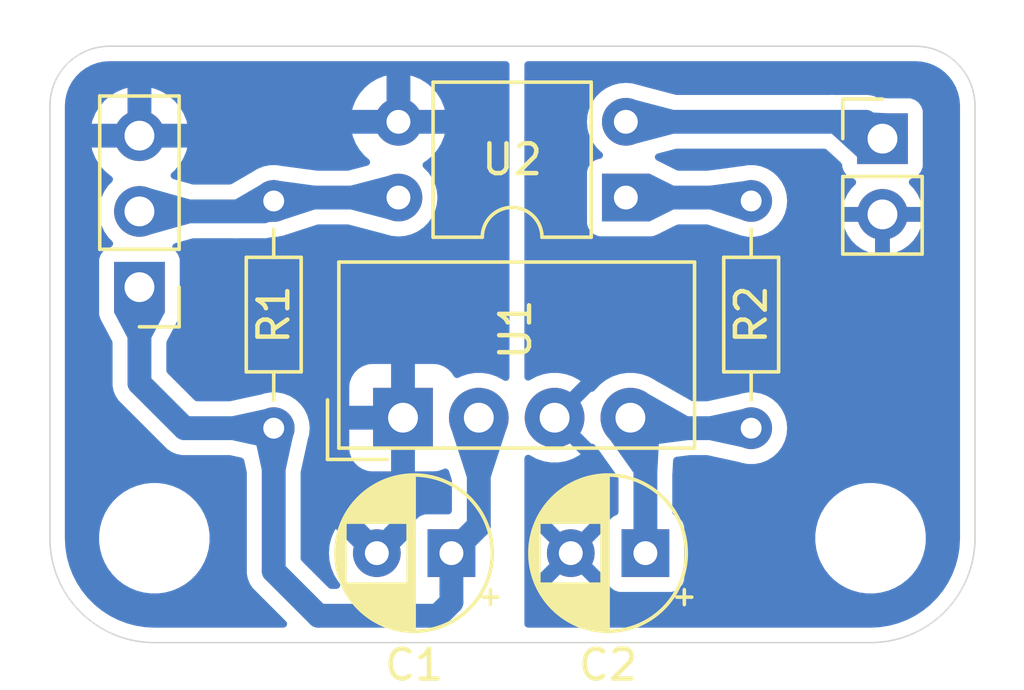
<source format=kicad_pcb>
(kicad_pcb (version 20240108) (generator "pcbnew") (generator_version "8.0")
  (title_block (title "CNC 3018 Isolated Probe") (date "2025-01-25") (company "Perry Leumas"))
  (layers (0 "F.Cu" signal) (31 "B.Cu" signal) (34 "B.Paste" user) (35 "F.Paste" user) (36 "B.SilkS" user "B.Silkscreen") (37 "F.SilkS" user "F.Silkscreen") (38 "B.Mask" user) (39 "F.Mask" user) (44 "Edge.Cuts" user))
  (net 0 "")
  (net 1 "GND")
  (net 2 "+5V")
  (net 3 "GND1")
  (net 4 "/+5V_ISOLATED")
  (net 5 "/PROBE")
  (net 6 "/PROBE_ISOLATED")
  (net 7 "Net-(R2-Pad1)")
  (footprint "Capacitor_THT:CP_Radial_D5.0mm_P2.50mm" (layer "F.Cu") (at 165.455113 116 180)
    (property "Reference" "C1" (at 1.25 -3.75 180) (layer "F.SilkS"))
    (property "Value" "4.7u")
    (fp_line (start 3.851 -0.284) (end 3.851 0.284) (stroke (width 0.12)) (layer "F.SilkS"))
    (fp_line (start 3.811 -0.518) (end 3.811 0.518) (stroke (width 0.12)) (layer "F.SilkS"))
    (fp_line (start 3.771 -0.677) (end 3.771 0.677) (stroke (width 0.12)) (layer "F.SilkS"))
    (fp_line (start 3.731 -0.805) (end 3.731 0.805) (stroke (width 0.12)) (layer "F.SilkS"))
    (fp_line (start 3.691 -0.915) (end 3.691 0.915) (stroke (width 0.12)) (layer "F.SilkS"))
    (fp_line (start 3.651 -1.011) (end 3.651 1.011) (stroke (width 0.12)) (layer "F.SilkS"))
    (fp_line (start 3.611 -1.098) (end 3.611 1.098) (stroke (width 0.12)) (layer "F.SilkS"))
    (fp_line (start 3.571 -1.178) (end 3.571 1.178) (stroke (width 0.12)) (layer "F.SilkS"))
    (fp_line (start 3.531 1.04) (end 3.531 1.251) (stroke (width 0.12)) (layer "F.SilkS"))
    (fp_line (start 3.531 -1.251) (end 3.531 -1.04) (stroke (width 0.12)) (layer "F.SilkS"))
    (fp_line (start 3.491 1.04) (end 3.491 1.319) (stroke (width 0.12)) (layer "F.SilkS"))
    (fp_line (start 3.491 -1.319) (end 3.491 -1.04) (stroke (width 0.12)) (layer "F.SilkS"))
    (fp_line (start 3.451 1.04) (end 3.451 1.383) (stroke (width 0.12)) (layer "F.SilkS"))
    (fp_line (start 3.451 -1.383) (end 3.451 -1.04) (stroke (width 0.12)) (layer "F.SilkS"))
    (fp_line (start 3.411 1.04) (end 3.411 1.443) (stroke (width 0.12)) (layer "F.SilkS"))
    (fp_line (start 3.411 -1.443) (end 3.411 -1.04) (stroke (width 0.12)) (layer "F.SilkS"))
    (fp_line (start 3.371 1.04) (end 3.371 1.5) (stroke (width 0.12)) (layer "F.SilkS"))
    (fp_line (start 3.371 -1.5) (end 3.371 -1.04) (stroke (width 0.12)) (layer "F.SilkS"))
    (fp_line (start 3.331 1.04) (end 3.331 1.554) (stroke (width 0.12)) (layer "F.SilkS"))
    (fp_line (start 3.331 -1.554) (end 3.331 -1.04) (stroke (width 0.12)) (layer "F.SilkS"))
    (fp_line (start 3.291 1.04) (end 3.291 1.605) (stroke (width 0.12)) (layer "F.SilkS"))
    (fp_line (start 3.291 -1.605) (end 3.291 -1.04) (stroke (width 0.12)) (layer "F.SilkS"))
    (fp_line (start 3.251 1.04) (end 3.251 1.653) (stroke (width 0.12)) (layer "F.SilkS"))
    (fp_line (start 3.251 -1.653) (end 3.251 -1.04) (stroke (width 0.12)) (layer "F.SilkS"))
    (fp_line (start 3.211 1.04) (end 3.211 1.699) (stroke (width 0.12)) (layer "F.SilkS"))
    (fp_line (start 3.211 -1.699) (end 3.211 -1.04) (stroke (width 0.12)) (layer "F.SilkS"))
    (fp_line (start 3.171 1.04) (end 3.171 1.743) (stroke (width 0.12)) (layer "F.SilkS"))
    (fp_line (start 3.171 -1.743) (end 3.171 -1.04) (stroke (width 0.12)) (layer "F.SilkS"))
    (fp_line (start 3.131 1.04) (end 3.131 1.785) (stroke (width 0.12)) (layer "F.SilkS"))
    (fp_line (start 3.131 -1.785) (end 3.131 -1.04) (stroke (width 0.12)) (layer "F.SilkS"))
    (fp_line (start 3.091 1.04) (end 3.091 1.826) (stroke (width 0.12)) (layer "F.SilkS"))
    (fp_line (start 3.091 -1.826) (end 3.091 -1.04) (stroke (width 0.12)) (layer "F.SilkS"))
    (fp_line (start 3.051 1.04) (end 3.051 1.864) (stroke (width 0.12)) (layer "F.SilkS"))
    (fp_line (start 3.051 -1.864) (end 3.051 -1.04) (stroke (width 0.12)) (layer "F.SilkS"))
    (fp_line (start 3.011 1.04) (end 3.011 1.901) (stroke (width 0.12)) (layer "F.SilkS"))
    (fp_line (start 3.011 -1.901) (end 3.011 -1.04) (stroke (width 0.12)) (layer "F.SilkS"))
    (fp_line (start 2.971 1.04) (end 2.971 1.937) (stroke (width 0.12)) (layer "F.SilkS"))
    (fp_line (start 2.971 -1.937) (end 2.971 -1.04) (stroke (width 0.12)) (layer "F.SilkS"))
    (fp_line (start 2.931 1.04) (end 2.931 1.971) (stroke (width 0.12)) (layer "F.SilkS"))
    (fp_line (start 2.931 -1.971) (end 2.931 -1.04) (stroke (width 0.12)) (layer "F.SilkS"))
    (fp_line (start 2.891 1.04) (end 2.891 2.004) (stroke (width 0.12)) (layer "F.SilkS"))
    (fp_line (start 2.891 -2.004) (end 2.891 -1.04) (stroke (width 0.12)) (layer "F.SilkS"))
    (fp_line (start 2.851 1.04) (end 2.851 2.035) (stroke (width 0.12)) (layer "F.SilkS"))
    (fp_line (start 2.851 -2.035) (end 2.851 -1.04) (stroke (width 0.12)) (layer "F.SilkS"))
    (fp_line (start 2.811 1.04) (end 2.811 2.065) (stroke (width 0.12)) (layer "F.SilkS"))
    (fp_line (start 2.811 -2.065) (end 2.811 -1.04) (stroke (width 0.12)) (layer "F.SilkS"))
    (fp_line (start 2.771 1.04) (end 2.771 2.095) (stroke (width 0.12)) (layer "F.SilkS"))
    (fp_line (start 2.771 -2.095) (end 2.771 -1.04) (stroke (width 0.12)) (layer "F.SilkS"))
    (fp_line (start 2.731 1.04) (end 2.731 2.122) (stroke (width 0.12)) (layer "F.SilkS"))
    (fp_line (start 2.731 -2.122) (end 2.731 -1.04) (stroke (width 0.12)) (layer "F.SilkS"))
    (fp_line (start 2.691 1.04) (end 2.691 2.149) (stroke (width 0.12)) (layer "F.SilkS"))
    (fp_line (start 2.691 -2.149) (end 2.691 -1.04) (stroke (width 0.12)) (layer "F.SilkS"))
    (fp_line (start 2.651 1.04) (end 2.651 2.175) (stroke (width 0.12)) (layer "F.SilkS"))
    (fp_line (start 2.651 -2.175) (end 2.651 -1.04) (stroke (width 0.12)) (layer "F.SilkS"))
    (fp_line (start 2.611 1.04) (end 2.611 2.2) (stroke (width 0.12)) (layer "F.SilkS"))
    (fp_line (start 2.611 -2.2) (end 2.611 -1.04) (stroke (width 0.12)) (layer "F.SilkS"))
    (fp_line (start 2.571 1.04) (end 2.571 2.224) (stroke (width 0.12)) (layer "F.SilkS"))
    (fp_line (start 2.571 -2.224) (end 2.571 -1.04) (stroke (width 0.12)) (layer "F.SilkS"))
    (fp_line (start 2.531 1.04) (end 2.531 2.247) (stroke (width 0.12)) (layer "F.SilkS"))
    (fp_line (start 2.531 -2.247) (end 2.531 -1.04) (stroke (width 0.12)) (layer "F.SilkS"))
    (fp_line (start 2.491 1.04) (end 2.491 2.268) (stroke (width 0.12)) (layer "F.SilkS"))
    (fp_line (start 2.491 -2.268) (end 2.491 -1.04) (stroke (width 0.12)) (layer "F.SilkS"))
    (fp_line (start 2.451 1.04) (end 2.451 2.29) (stroke (width 0.12)) (layer "F.SilkS"))
    (fp_line (start 2.451 -2.29) (end 2.451 -1.04) (stroke (width 0.12)) (layer "F.SilkS"))
    (fp_line (start 2.411 1.04) (end 2.411 2.31) (stroke (width 0.12)) (layer "F.SilkS"))
    (fp_line (start 2.411 -2.31) (end 2.411 -1.04) (stroke (width 0.12)) (layer "F.SilkS"))
    (fp_line (start 2.371 1.04) (end 2.371 2.329) (stroke (width 0.12)) (layer "F.SilkS"))
    (fp_line (start 2.371 -2.329) (end 2.371 -1.04) (stroke (width 0.12)) (layer "F.SilkS"))
    (fp_line (start 2.331 1.04) (end 2.331 2.348) (stroke (width 0.12)) (layer "F.SilkS"))
    (fp_line (start 2.331 -2.348) (end 2.331 -1.04) (stroke (width 0.12)) (layer "F.SilkS"))
    (fp_line (start 2.291 1.04) (end 2.291 2.365) (stroke (width 0.12)) (layer "F.SilkS"))
    (fp_line (start 2.291 -2.365) (end 2.291 -1.04) (stroke (width 0.12)) (layer "F.SilkS"))
    (fp_line (start 2.251 1.04) (end 2.251 2.382) (stroke (width 0.12)) (layer "F.SilkS"))
    (fp_line (start 2.251 -2.382) (end 2.251 -1.04) (stroke (width 0.12)) (layer "F.SilkS"))
    (fp_line (start 2.211 1.04) (end 2.211 2.398) (stroke (width 0.12)) (layer "F.SilkS"))
    (fp_line (start 2.211 -2.398) (end 2.211 -1.04) (stroke (width 0.12)) (layer "F.SilkS"))
    (fp_line (start 2.171 1.04) (end 2.171 2.414) (stroke (width 0.12)) (layer "F.SilkS"))
    (fp_line (start 2.171 -2.414) (end 2.171 -1.04) (stroke (width 0.12)) (layer "F.SilkS"))
    (fp_line (start 2.131 1.04) (end 2.131 2.428) (stroke (width 0.12)) (layer "F.SilkS"))
    (fp_line (start 2.131 -2.428) (end 2.131 -1.04) (stroke (width 0.12)) (layer "F.SilkS"))
    (fp_line (start 2.091 1.04) (end 2.091 2.442) (stroke (width 0.12)) (layer "F.SilkS"))
    (fp_line (start 2.091 -2.442) (end 2.091 -1.04) (stroke (width 0.12)) (layer "F.SilkS"))
    (fp_line (start 2.051 1.04) (end 2.051 2.455) (stroke (width 0.12)) (layer "F.SilkS"))
    (fp_line (start 2.051 -2.455) (end 2.051 -1.04) (stroke (width 0.12)) (layer "F.SilkS"))
    (fp_line (start 2.011 1.04) (end 2.011 2.468) (stroke (width 0.12)) (layer "F.SilkS"))
    (fp_line (start 2.011 -2.468) (end 2.011 -1.04) (stroke (width 0.12)) (layer "F.SilkS"))
    (fp_line (start 1.971 1.04) (end 1.971 2.48) (stroke (width 0.12)) (layer "F.SilkS"))
    (fp_line (start 1.971 -2.48) (end 1.971 -1.04) (stroke (width 0.12)) (layer "F.SilkS"))
    (fp_line (start 1.93 1.04) (end 1.93 2.491) (stroke (width 0.12)) (layer "F.SilkS"))
    (fp_line (start 1.93 -2.491) (end 1.93 -1.04) (stroke (width 0.12)) (layer "F.SilkS"))
    (fp_line (start 1.89 1.04) (end 1.89 2.501) (stroke (width 0.12)) (layer "F.SilkS"))
    (fp_line (start 1.89 -2.501) (end 1.89 -1.04) (stroke (width 0.12)) (layer "F.SilkS"))
    (fp_line (start 1.85 1.04) (end 1.85 2.511) (stroke (width 0.12)) (layer "F.SilkS"))
    (fp_line (start 1.85 -2.511) (end 1.85 -1.04) (stroke (width 0.12)) (layer "F.SilkS"))
    (fp_line (start 1.81 1.04) (end 1.81 2.52) (stroke (width 0.12)) (layer "F.SilkS"))
    (fp_line (start 1.81 -2.52) (end 1.81 -1.04) (stroke (width 0.12)) (layer "F.SilkS"))
    (fp_line (start 1.77 1.04) (end 1.77 2.528) (stroke (width 0.12)) (layer "F.SilkS"))
    (fp_line (start 1.77 -2.528) (end 1.77 -1.04) (stroke (width 0.12)) (layer "F.SilkS"))
    (fp_line (start 1.73 1.04) (end 1.73 2.536) (stroke (width 0.12)) (layer "F.SilkS"))
    (fp_line (start 1.73 -2.536) (end 1.73 -1.04) (stroke (width 0.12)) (layer "F.SilkS"))
    (fp_line (start 1.69 1.04) (end 1.69 2.543) (stroke (width 0.12)) (layer "F.SilkS"))
    (fp_line (start 1.69 -2.543) (end 1.69 -1.04) (stroke (width 0.12)) (layer "F.SilkS"))
    (fp_line (start 1.65 1.04) (end 1.65 2.55) (stroke (width 0.12)) (layer "F.SilkS"))
    (fp_line (start 1.65 -2.55) (end 1.65 -1.04) (stroke (width 0.12)) (layer "F.SilkS"))
    (fp_line (start 1.61 1.04) (end 1.61 2.556) (stroke (width 0.12)) (layer "F.SilkS"))
    (fp_line (start 1.61 -2.556) (end 1.61 -1.04) (stroke (width 0.12)) (layer "F.SilkS"))
    (fp_line (start 1.57 1.04) (end 1.57 2.561) (stroke (width 0.12)) (layer "F.SilkS"))
    (fp_line (start 1.57 -2.561) (end 1.57 -1.04) (stroke (width 0.12)) (layer "F.SilkS"))
    (fp_line (start 1.53 1.04) (end 1.53 2.565) (stroke (width 0.12)) (layer "F.SilkS"))
    (fp_line (start 1.53 -2.565) (end 1.53 -1.04) (stroke (width 0.12)) (layer "F.SilkS"))
    (fp_line (start 1.49 1.04) (end 1.49 2.569) (stroke (width 0.12)) (layer "F.SilkS"))
    (fp_line (start 1.49 -2.569) (end 1.49 -1.04) (stroke (width 0.12)) (layer "F.SilkS"))
    (fp_line (start 1.45 -2.573) (end 1.45 2.573) (stroke (width 0.12)) (layer "F.SilkS"))
    (fp_line (start 1.41 -2.576) (end 1.41 2.576) (stroke (width 0.12)) (layer "F.SilkS"))
    (fp_line (start 1.37 -2.578) (end 1.37 2.578) (stroke (width 0.12)) (layer "F.SilkS"))
    (fp_line (start 1.33 -2.579) (end 1.33 2.579) (stroke (width 0.12)) (layer "F.SilkS"))
    (fp_line (start 1.29 -2.58) (end 1.29 2.58) (stroke (width 0.12)) (layer "F.SilkS"))
    (fp_line (start 1.25 -2.58) (end 1.25 2.58) (stroke (width 0.12)) (layer "F.SilkS"))
    (fp_line (start -1.304775 -1.725) (end -1.304775 -1.225) (stroke (width 0.12)) (layer "F.SilkS"))
    (fp_line (start -1.554775 -1.475) (end -1.054775 -1.475) (stroke (width 0.12)) (layer "F.SilkS"))
    (fp_circle (center 1.25 0) (end 3.87 0) (stroke (width 0.12)) (fill none) (layer "F.SilkS"))
    (pad "1" thru_hole rect (at 0 0 180) (size 1.6 1.6) (drill 0.8) (layers "*.Cu" "*.Mask") (net 2 "+5V"))
    (pad "2" thru_hole circle (at 2.5 0 180) (size 1.6 1.6) (drill 0.8) (layers "*.Cu" "*.Mask") (net 1 "GND"))
  )
  (footprint "Converter_DCDC:Converter_DCDC_TRACO_TEA1-xxxx_THT" (layer "F.Cu") (at 163.8325 111.4575 90)
    (property "Reference" "U1" (at 2.9575 3.7675 90) (layer "F.SilkS"))
    (property "Value" "B0505S-1W")
    (fp_line (start -1.4 -2.53) (end 0.6 -2.53) (stroke (width 0.12)) (layer "F.SilkS"))
    (fp_line (start 5.22 -2.15) (end 5.22 9.77) (stroke (width 0.12)) (layer "F.SilkS"))
    (fp_line (start -1.02 -2.15) (end 5.22 -2.15) (stroke (width 0.12)) (layer "F.SilkS"))
    (fp_line (start -1.02 -2.15) (end -1.02 9.77) (stroke (width 0.12)) (layer "F.SilkS"))
    (fp_line (start -1.4 -0.53) (end -1.4 -2.53) (stroke (width 0.12)) (layer "F.SilkS"))
    (fp_line (start -1.02 9.77) (end 5.22 9.77) (stroke (width 0.12)) (layer "F.SilkS"))
    (pad "1" thru_hole rect (at 0 0 90) (size 2 2) (drill 1) (layers "*.Cu" "*.Mask") (net 1 "GND"))
    (pad "2" thru_hole circle (at 0 2.54 90) (size 2 2) (drill 1) (layers "*.Cu" "*.Mask") (net 2 "+5V"))
    (pad "3" thru_hole circle (at 0 5.08 90) (size 2 2) (drill 1) (layers "*.Cu" "*.Mask") (net 3 "GND1"))
    (pad "4" thru_hole circle (at 0 7.62 90) (size 2 2) (drill 1) (layers "*.Cu" "*.Mask") (net 4 "/+5V_ISOLATED"))
  )
  (footprint "Resistor_THT:R_Axial_DIN0204_L3.6mm_D1.6mm_P7.62mm_Horizontal" (layer "F.Cu") (at 175.5 104.19 -90)
    (property "Reference" "R2" (at 3.81 0 90) (layer "F.SilkS"))
    (property "Value" "4k7")
    (fp_line (start 1.89 0.92) (end 5.73 0.92) (stroke (width 0.12)) (layer "F.SilkS"))
    (fp_line (start 5.73 0.92) (end 5.73 -0.92) (stroke (width 0.12)) (layer "F.SilkS"))
    (fp_line (start 0.94 0) (end 1.89 0) (stroke (width 0.12)) (layer "F.SilkS"))
    (fp_line (start 6.68 0) (end 5.73 0) (stroke (width 0.12)) (layer "F.SilkS"))
    (fp_line (start 1.89 -0.92) (end 1.89 0.92) (stroke (width 0.12)) (layer "F.SilkS"))
    (fp_line (start 5.73 -0.92) (end 1.89 -0.92) (stroke (width 0.12)) (layer "F.SilkS"))
    (pad "1" thru_hole circle (at 0 0 270) (size 1.4 1.4) (drill 0.7) (layers "*.Cu" "*.Mask") (net 7 "Net-(R2-Pad1)"))
    (pad "2" thru_hole oval (at 7.62 0 270) (size 1.4 1.4) (drill 0.7) (layers "*.Cu" "*.Mask") (net 4 "/+5V_ISOLATED"))
  )
  (footprint "Connector_PinHeader_2.54mm:PinHeader_1x03_P2.54mm_Vertical" (layer "F.Cu") (at 155 107.08 180)
    (property "Reference" "J1" (hide yes))
    (property "Value" "Conn_01x03")
    (fp_line (start 1.33 1.27) (end 1.33 6.41) (stroke (width 0.12)) (layer "F.SilkS"))
    (fp_line (start -1.33 6.41) (end 1.33 6.41) (stroke (width 0.12)) (layer "F.SilkS"))
    (fp_line (start -1.33 1.27) (end 1.33 1.27) (stroke (width 0.12)) (layer "F.SilkS"))
    (fp_line (start -1.33 1.27) (end -1.33 6.41) (stroke (width 0.12)) (layer "F.SilkS"))
    (fp_line (start -1.33 0) (end -1.33 -1.33) (stroke (width 0.12)) (layer "F.SilkS"))
    (fp_line (start -1.33 -1.33) (end 0 -1.33) (stroke (width 0.12)) (layer "F.SilkS"))
    (pad "1" thru_hole rect (at 0 0 180) (size 1.7 1.7) (drill 1) (layers "*.Cu" "*.Mask") (net 2 "+5V"))
    (pad "2" thru_hole oval (at 0 2.54 180) (size 1.7 1.7) (drill 1) (layers "*.Cu" "*.Mask") (net 5 "/PROBE"))
    (pad "3" thru_hole oval (at 0 5.08 180) (size 1.7 1.7) (drill 1) (layers "*.Cu" "*.Mask") (net 1 "GND"))
  )
  (footprint "Package_DIP:DIP-4_W7.62mm" (layer "F.Cu") (at 171.3 104.075 180)
    (property "Reference" "U2" (at 3.81 1.275 0) (layer "F.SilkS"))
    (property "Value" "PC817")
    (fp_line (start 6.46 3.87) (end 6.46 -1.33) (stroke (width 0.12)) (layer "F.SilkS"))
    (fp_line (start 6.46 -1.33) (end 4.81 -1.33) (stroke (width 0.12)) (layer "F.SilkS"))
    (fp_line (start 2.81 -1.33) (end 1.16 -1.33) (stroke (width 0.12)) (layer "F.SilkS"))
    (fp_line (start 1.16 3.87) (end 6.46 3.87) (stroke (width 0.12)) (layer "F.SilkS"))
    (fp_line (start 1.16 -1.33) (end 1.16 3.87) (stroke (width 0.12)) (layer "F.SilkS"))
    (fp_arc (start 4.81 -1.33) (mid 3.81 -0.33) (end 2.81 -1.33) (stroke (width 0.12)) (layer "F.SilkS"))
    (pad "1" thru_hole rect (at 0 0 180) (size 1.6 1.6) (drill 0.8) (layers "*.Cu" "*.Mask") (net 7 "Net-(R2-Pad1)"))
    (pad "2" thru_hole oval (at 0 2.54 180) (size 1.6 1.6) (drill 0.8) (layers "*.Cu" "*.Mask") (net 6 "/PROBE_ISOLATED"))
    (pad "3" thru_hole oval (at 7.62 2.54 180) (size 1.6 1.6) (drill 0.8) (layers "*.Cu" "*.Mask") (net 1 "GND"))
    (pad "4" thru_hole oval (at 7.62 0 180) (size 1.6 1.6) (drill 0.8) (layers "*.Cu" "*.Mask") (net 5 "/PROBE"))
  )
  (footprint "MountingHole:MountingHole_3.2mm_M3" (layer "F.Cu") (at 155.5 115.5)
    (property "Reference" "H1" (hide yes))
    (property "Value" "MountingHole")
    (pad "" np_thru_hole circle (at 0 0) (size 3.2 3.2) (drill 3.2) (layers "*.Cu" "*.Mask"))
  )
  (footprint "Resistor_THT:R_Axial_DIN0204_L3.6mm_D1.6mm_P7.62mm_Horizontal" (layer "F.Cu") (at 159.5 104.19 -90)
    (property "Reference" "R1" (at 3.81 0 90) (layer "F.SilkS"))
    (property "Value" "4k7")
    (fp_line (start 1.89 0.92) (end 5.73 0.92) (stroke (width 0.12)) (layer "F.SilkS"))
    (fp_line (start 5.73 0.92) (end 5.73 -0.92) (stroke (width 0.12)) (layer "F.SilkS"))
    (fp_line (start 0.94 0) (end 1.89 0) (stroke (width 0.12)) (layer "F.SilkS"))
    (fp_line (start 6.68 0) (end 5.73 0) (stroke (width 0.12)) (layer "F.SilkS"))
    (fp_line (start 1.89 -0.92) (end 1.89 0.92) (stroke (width 0.12)) (layer "F.SilkS"))
    (fp_line (start 5.73 -0.92) (end 1.89 -0.92) (stroke (width 0.12)) (layer "F.SilkS"))
    (pad "1" thru_hole circle (at 0 0 270) (size 1.4 1.4) (drill 0.7) (layers "*.Cu" "*.Mask") (net 5 "/PROBE"))
    (pad "2" thru_hole oval (at 7.62 0 270) (size 1.4 1.4) (drill 0.7) (layers "*.Cu" "*.Mask") (net 2 "+5V"))
  )
  (footprint "Connector_PinHeader_2.54mm:PinHeader_1x02_P2.54mm_Vertical" (layer "F.Cu") (at 179.9 102.1)
    (property "Reference" "J2" (hide yes))
    (property "Value" "Conn_01x02")
    (fp_line (start -1.33 -1.33) (end 0 -1.33) (stroke (width 0.12)) (layer "F.SilkS"))
    (fp_line (start -1.33 0) (end -1.33 -1.33) (stroke (width 0.12)) (layer "F.SilkS"))
    (fp_line (start -1.33 1.27) (end -1.33 3.87) (stroke (width 0.12)) (layer "F.SilkS"))
    (fp_line (start -1.33 1.27) (end 1.33 1.27) (stroke (width 0.12)) (layer "F.SilkS"))
    (fp_line (start -1.33 3.87) (end 1.33 3.87) (stroke (width 0.12)) (layer "F.SilkS"))
    (fp_line (start 1.33 1.27) (end 1.33 3.87) (stroke (width 0.12)) (layer "F.SilkS"))
    (pad "1" thru_hole rect (at 0 0) (size 1.7 1.7) (drill 1) (layers "*.Cu" "*.Mask") (net 6 "/PROBE_ISOLATED"))
    (pad "2" thru_hole oval (at 0 2.54) (size 1.7 1.7) (drill 1) (layers "*.Cu" "*.Mask") (net 3 "GND1"))
  )
  (footprint "Capacitor_THT:CP_Radial_D5.0mm_P2.50mm" (layer "F.Cu") (at 171.955113 116 180)
    (property "Reference" "C2" (at 1.25 -3.75 180) (layer "F.SilkS"))
    (property "Value" "4.7u")
    (fp_line (start 3.851 -0.284) (end 3.851 0.284) (stroke (width 0.12)) (layer "F.SilkS"))
    (fp_line (start 3.811 -0.518) (end 3.811 0.518) (stroke (width 0.12)) (layer "F.SilkS"))
    (fp_line (start 3.771 -0.677) (end 3.771 0.677) (stroke (width 0.12)) (layer "F.SilkS"))
    (fp_line (start 3.731 -0.805) (end 3.731 0.805) (stroke (width 0.12)) (layer "F.SilkS"))
    (fp_line (start 3.691 -0.915) (end 3.691 0.915) (stroke (width 0.12)) (layer "F.SilkS"))
    (fp_line (start 3.651 -1.011) (end 3.651 1.011) (stroke (width 0.12)) (layer "F.SilkS"))
    (fp_line (start 3.611 -1.098) (end 3.611 1.098) (stroke (width 0.12)) (layer "F.SilkS"))
    (fp_line (start 3.571 -1.178) (end 3.571 1.178) (stroke (width 0.12)) (layer "F.SilkS"))
    (fp_line (start 3.531 1.04) (end 3.531 1.251) (stroke (width 0.12)) (layer "F.SilkS"))
    (fp_line (start 3.531 -1.251) (end 3.531 -1.04) (stroke (width 0.12)) (layer "F.SilkS"))
    (fp_line (start 3.491 1.04) (end 3.491 1.319) (stroke (width 0.12)) (layer "F.SilkS"))
    (fp_line (start 3.491 -1.319) (end 3.491 -1.04) (stroke (width 0.12)) (layer "F.SilkS"))
    (fp_line (start 3.451 1.04) (end 3.451 1.383) (stroke (width 0.12)) (layer "F.SilkS"))
    (fp_line (start 3.451 -1.383) (end 3.451 -1.04) (stroke (width 0.12)) (layer "F.SilkS"))
    (fp_line (start 3.411 1.04) (end 3.411 1.443) (stroke (width 0.12)) (layer "F.SilkS"))
    (fp_line (start 3.411 -1.443) (end 3.411 -1.04) (stroke (width 0.12)) (layer "F.SilkS"))
    (fp_line (start 3.371 1.04) (end 3.371 1.5) (stroke (width 0.12)) (layer "F.SilkS"))
    (fp_line (start 3.371 -1.5) (end 3.371 -1.04) (stroke (width 0.12)) (layer "F.SilkS"))
    (fp_line (start 3.331 1.04) (end 3.331 1.554) (stroke (width 0.12)) (layer "F.SilkS"))
    (fp_line (start 3.331 -1.554) (end 3.331 -1.04) (stroke (width 0.12)) (layer "F.SilkS"))
    (fp_line (start 3.291 1.04) (end 3.291 1.605) (stroke (width 0.12)) (layer "F.SilkS"))
    (fp_line (start 3.291 -1.605) (end 3.291 -1.04) (stroke (width 0.12)) (layer "F.SilkS"))
    (fp_line (start 3.251 1.04) (end 3.251 1.653) (stroke (width 0.12)) (layer "F.SilkS"))
    (fp_line (start 3.251 -1.653) (end 3.251 -1.04) (stroke (width 0.12)) (layer "F.SilkS"))
    (fp_line (start 3.211 1.04) (end 3.211 1.699) (stroke (width 0.12)) (layer "F.SilkS"))
    (fp_line (start 3.211 -1.699) (end 3.211 -1.04) (stroke (width 0.12)) (layer "F.SilkS"))
    (fp_line (start 3.171 1.04) (end 3.171 1.743) (stroke (width 0.12)) (layer "F.SilkS"))
    (fp_line (start 3.171 -1.743) (end 3.171 -1.04) (stroke (width 0.12)) (layer "F.SilkS"))
    (fp_line (start 3.131 1.04) (end 3.131 1.785) (stroke (width 0.12)) (layer "F.SilkS"))
    (fp_line (start 3.131 -1.785) (end 3.131 -1.04) (stroke (width 0.12)) (layer "F.SilkS"))
    (fp_line (start 3.091 1.04) (end 3.091 1.826) (stroke (width 0.12)) (layer "F.SilkS"))
    (fp_line (start 3.091 -1.826) (end 3.091 -1.04) (stroke (width 0.12)) (layer "F.SilkS"))
    (fp_line (start 3.051 1.04) (end 3.051 1.864) (stroke (width 0.12)) (layer "F.SilkS"))
    (fp_line (start 3.051 -1.864) (end 3.051 -1.04) (stroke (width 0.12)) (layer "F.SilkS"))
    (fp_line (start 3.011 1.04) (end 3.011 1.901) (stroke (width 0.12)) (layer "F.SilkS"))
    (fp_line (start 3.011 -1.901) (end 3.011 -1.04) (stroke (width 0.12)) (layer "F.SilkS"))
    (fp_line (start 2.971 1.04) (end 2.971 1.937) (stroke (width 0.12)) (layer "F.SilkS"))
    (fp_line (start 2.971 -1.937) (end 2.971 -1.04) (stroke (width 0.12)) (layer "F.SilkS"))
    (fp_line (start 2.931 1.04) (end 2.931 1.971) (stroke (width 0.12)) (layer "F.SilkS"))
    (fp_line (start 2.931 -1.971) (end 2.931 -1.04) (stroke (width 0.12)) (layer "F.SilkS"))
    (fp_line (start 2.891 1.04) (end 2.891 2.004) (stroke (width 0.12)) (layer "F.SilkS"))
    (fp_line (start 2.891 -2.004) (end 2.891 -1.04) (stroke (width 0.12)) (layer "F.SilkS"))
    (fp_line (start 2.851 1.04) (end 2.851 2.035) (stroke (width 0.12)) (layer "F.SilkS"))
    (fp_line (start 2.851 -2.035) (end 2.851 -1.04) (stroke (width 0.12)) (layer "F.SilkS"))
    (fp_line (start 2.811 1.04) (end 2.811 2.065) (stroke (width 0.12)) (layer "F.SilkS"))
    (fp_line (start 2.811 -2.065) (end 2.811 -1.04) (stroke (width 0.12)) (layer "F.SilkS"))
    (fp_line (start 2.771 1.04) (end 2.771 2.095) (stroke (width 0.12)) (layer "F.SilkS"))
    (fp_line (start 2.771 -2.095) (end 2.771 -1.04) (stroke (width 0.12)) (layer "F.SilkS"))
    (fp_line (start 2.731 1.04) (end 2.731 2.122) (stroke (width 0.12)) (layer "F.SilkS"))
    (fp_line (start 2.731 -2.122) (end 2.731 -1.04) (stroke (width 0.12)) (layer "F.SilkS"))
    (fp_line (start 2.691 1.04) (end 2.691 2.149) (stroke (width 0.12)) (layer "F.SilkS"))
    (fp_line (start 2.691 -2.149) (end 2.691 -1.04) (stroke (width 0.12)) (layer "F.SilkS"))
    (fp_line (start 2.651 1.04) (end 2.651 2.175) (stroke (width 0.12)) (layer "F.SilkS"))
    (fp_line (start 2.651 -2.175) (end 2.651 -1.04) (stroke (width 0.12)) (layer "F.SilkS"))
    (fp_line (start 2.611 1.04) (end 2.611 2.2) (stroke (width 0.12)) (layer "F.SilkS"))
    (fp_line (start 2.611 -2.2) (end 2.611 -1.04) (stroke (width 0.12)) (layer "F.SilkS"))
    (fp_line (start 2.571 1.04) (end 2.571 2.224) (stroke (width 0.12)) (layer "F.SilkS"))
    (fp_line (start 2.571 -2.224) (end 2.571 -1.04) (stroke (width 0.12)) (layer "F.SilkS"))
    (fp_line (start 2.531 1.04) (end 2.531 2.247) (stroke (width 0.12)) (layer "F.SilkS"))
    (fp_line (start 2.531 -2.247) (end 2.531 -1.04) (stroke (width 0.12)) (layer "F.SilkS"))
    (fp_line (start 2.491 1.04) (end 2.491 2.268) (stroke (width 0.12)) (layer "F.SilkS"))
    (fp_line (start 2.491 -2.268) (end 2.491 -1.04) (stroke (width 0.12)) (layer "F.SilkS"))
    (fp_line (start 2.451 1.04) (end 2.451 2.29) (stroke (width 0.12)) (layer "F.SilkS"))
    (fp_line (start 2.451 -2.29) (end 2.451 -1.04) (stroke (width 0.12)) (layer "F.SilkS"))
    (fp_line (start 2.411 1.04) (end 2.411 2.31) (stroke (width 0.12)) (layer "F.SilkS"))
    (fp_line (start 2.411 -2.31) (end 2.411 -1.04) (stroke (width 0.12)) (layer "F.SilkS"))
    (fp_line (start 2.371 1.04) (end 2.371 2.329) (stroke (width 0.12)) (layer "F.SilkS"))
    (fp_line (start 2.371 -2.329) (end 2.371 -1.04) (stroke (width 0.12)) (layer "F.SilkS"))
    (fp_line (start 2.331 1.04) (end 2.331 2.348) (stroke (width 0.12)) (layer "F.SilkS"))
    (fp_line (start 2.331 -2.348) (end 2.331 -1.04) (stroke (width 0.12)) (layer "F.SilkS"))
    (fp_line (start 2.291 1.04) (end 2.291 2.365) (stroke (width 0.12)) (layer "F.SilkS"))
    (fp_line (start 2.291 -2.365) (end 2.291 -1.04) (stroke (width 0.12)) (layer "F.SilkS"))
    (fp_line (start 2.251 1.04) (end 2.251 2.382) (stroke (width 0.12)) (layer "F.SilkS"))
    (fp_line (start 2.251 -2.382) (end 2.251 -1.04) (stroke (width 0.12)) (layer "F.SilkS"))
    (fp_line (start 2.211 1.04) (end 2.211 2.398) (stroke (width 0.12)) (layer "F.SilkS"))
    (fp_line (start 2.211 -2.398) (end 2.211 -1.04) (stroke (width 0.12)) (layer "F.SilkS"))
    (fp_line (start 2.171 1.04) (end 2.171 2.414) (stroke (width 0.12)) (layer "F.SilkS"))
    (fp_line (start 2.171 -2.414) (end 2.171 -1.04) (stroke (width 0.12)) (layer "F.SilkS"))
    (fp_line (start 2.131 1.04) (end 2.131 2.428) (stroke (width 0.12)) (layer "F.SilkS"))
    (fp_line (start 2.131 -2.428) (end 2.131 -1.04) (stroke (width 0.12)) (layer "F.SilkS"))
    (fp_line (start 2.091 1.04) (end 2.091 2.442) (stroke (width 0.12)) (layer "F.SilkS"))
    (fp_line (start 2.091 -2.442) (end 2.091 -1.04) (stroke (width 0.12)) (layer "F.SilkS"))
    (fp_line (start 2.051 1.04) (end 2.051 2.455) (stroke (width 0.12)) (layer "F.SilkS"))
    (fp_line (start 2.051 -2.455) (end 2.051 -1.04) (stroke (width 0.12)) (layer "F.SilkS"))
    (fp_line (start 2.011 1.04) (end 2.011 2.468) (stroke (width 0.12)) (layer "F.SilkS"))
    (fp_line (start 2.011 -2.468) (end 2.011 -1.04) (stroke (width 0.12)) (layer "F.SilkS"))
    (fp_line (start 1.971 1.04) (end 1.971 2.48) (stroke (width 0.12)) (layer "F.SilkS"))
    (fp_line (start 1.971 -2.48) (end 1.971 -1.04) (stroke (width 0.12)) (layer "F.SilkS"))
    (fp_line (start 1.93 1.04) (end 1.93 2.491) (stroke (width 0.12)) (layer "F.SilkS"))
    (fp_line (start 1.93 -2.491) (end 1.93 -1.04) (stroke (width 0.12)) (layer "F.SilkS"))
    (fp_line (start 1.89 1.04) (end 1.89 2.501) (stroke (width 0.12)) (layer "F.SilkS"))
    (fp_line (start 1.89 -2.501) (end 1.89 -1.04) (stroke (width 0.12)) (layer "F.SilkS"))
    (fp_line (start 1.85 1.04) (end 1.85 2.511) (stroke (width 0.12)) (layer "F.SilkS"))
    (fp_line (start 1.85 -2.511) (end 1.85 -1.04) (stroke (width 0.12)) (layer "F.SilkS"))
    (fp_line (start 1.81 1.04) (end 1.81 2.52) (stroke (width 0.12)) (layer "F.SilkS"))
    (fp_line (start 1.81 -2.52) (end 1.81 -1.04) (stroke (width 0.12)) (layer "F.SilkS"))
    (fp_line (start 1.77 1.04) (end 1.77 2.528) (stroke (width 0.12)) (layer "F.SilkS"))
    (fp_line (start 1.77 -2.528) (end 1.77 -1.04) (stroke (width 0.12)) (layer "F.SilkS"))
    (fp_line (start 1.73 1.04) (end 1.73 2.536) (stroke (width 0.12)) (layer "F.SilkS"))
    (fp_line (start 1.73 -2.536) (end 1.73 -1.04) (stroke (width 0.12)) (layer "F.SilkS"))
    (fp_line (start 1.69 1.04) (end 1.69 2.543) (stroke (width 0.12)) (layer "F.SilkS"))
    (fp_line (start 1.69 -2.543) (end 1.69 -1.04) (stroke (width 0.12)) (layer "F.SilkS"))
    (fp_line (start 1.65 1.04) (end 1.65 2.55) (stroke (width 0.12)) (layer "F.SilkS"))
    (fp_line (start 1.65 -2.55) (end 1.65 -1.04) (stroke (width 0.12)) (layer "F.SilkS"))
    (fp_line (start 1.61 1.04) (end 1.61 2.556) (stroke (width 0.12)) (layer "F.SilkS"))
    (fp_line (start 1.61 -2.556) (end 1.61 -1.04) (stroke (width 0.12)) (layer "F.SilkS"))
    (fp_line (start 1.57 1.04) (end 1.57 2.561) (stroke (width 0.12)) (layer "F.SilkS"))
    (fp_line (start 1.57 -2.561) (end 1.57 -1.04) (stroke (width 0.12)) (layer "F.SilkS"))
    (fp_line (start 1.53 1.04) (end 1.53 2.565) (stroke (width 0.12)) (layer "F.SilkS"))
    (fp_line (start 1.53 -2.565) (end 1.53 -1.04) (stroke (width 0.12)) (layer "F.SilkS"))
    (fp_line (start 1.49 1.04) (end 1.49 2.569) (stroke (width 0.12)) (layer "F.SilkS"))
    (fp_line (start 1.49 -2.569) (end 1.49 -1.04) (stroke (width 0.12)) (layer "F.SilkS"))
    (fp_line (start 1.45 -2.573) (end 1.45 2.573) (stroke (width 0.12)) (layer "F.SilkS"))
    (fp_line (start 1.41 -2.576) (end 1.41 2.576) (stroke (width 0.12)) (layer "F.SilkS"))
    (fp_line (start 1.37 -2.578) (end 1.37 2.578) (stroke (width 0.12)) (layer "F.SilkS"))
    (fp_line (start 1.33 -2.579) (end 1.33 2.579) (stroke (width 0.12)) (layer "F.SilkS"))
    (fp_line (start 1.29 -2.58) (end 1.29 2.58) (stroke (width 0.12)) (layer "F.SilkS"))
    (fp_line (start 1.25 -2.58) (end 1.25 2.58) (stroke (width 0.12)) (layer "F.SilkS"))
    (fp_line (start -1.304775 -1.725) (end -1.304775 -1.225) (stroke (width 0.12)) (layer "F.SilkS"))
    (fp_line (start -1.554775 -1.475) (end -1.054775 -1.475) (stroke (width 0.12)) (layer "F.SilkS"))
    (fp_circle (center 1.25 0) (end 3.87 0) (stroke (width 0.12)) (fill none) (layer "F.SilkS"))
    (pad "1" thru_hole rect (at 0 0 180) (size 1.6 1.6) (drill 0.8) (layers "*.Cu" "*.Mask") (net 4 "/+5V_ISOLATED"))
    (pad "2" thru_hole circle (at 2.5 0 180) (size 1.6 1.6) (drill 0.8) (layers "*.Cu" "*.Mask") (net 3 "GND1"))
  )
  (footprint "MountingHole:MountingHole_3.2mm_M3" (layer "F.Cu") (at 179.5 115.5)
    (property "Reference" "H2" (hide yes))
    (property "Value" "MountingHole")
    (pad "" np_thru_hole circle (at 0 0) (size 3.2 3.2) (drill 3.2) (layers "*.Cu" "*.Mask"))
  )
  (gr_line (start 181 99) (end 154 99) (stroke (width 0.05)) (layer "Edge.Cuts"))
  (gr_arc (start 181 99) (mid 182.414214 99.585786) (end 183 101) (stroke (width 0.05)) (layer "Edge.Cuts"))
  (gr_line (start 183 115.5) (end 183 101) (stroke (width 0.05)) (layer "Edge.Cuts"))
  (gr_arc (start 155.5 119) (mid 153.025126 117.974874) (end 152 115.5) (stroke (width 0.05)) (layer "Edge.Cuts"))
  (gr_arc (start 152 101) (mid 152.585786 99.585786) (end 154 99) (stroke (width 0.05)) (layer "Edge.Cuts"))
  (gr_arc (start 183 115.5) (mid 181.974874 117.974874) (end 179.5 119) (stroke (width 0.05)) (layer "Edge.Cuts"))
  (gr_line (start 152 101) (end 152 115.5) (stroke (width 0.05)) (layer "Edge.Cuts"))
  (gr_line (start 179.5 119) (end 155.5 119) (stroke (width 0.05)) (layer "Edge.Cuts"))
  (segment (start 159.5 116.6) (end 159.5 111.81) (width 0.8) (layer "B.Cu") (net 2))
  (segment (start 166.3725 115.082613) (end 165.455113 116) (width 0.8) (layer "B.Cu") (net 2))
  (segment (start 155 110.3) (end 155 107.08) (width 0.8) (layer "B.Cu") (net 2))
  (segment (start 165 118.1) (end 161 118.1) (width 0.8) (layer "B.Cu") (net 2))
  (segment (start 165.455113 116) (end 165.455113 117.644887) (width 0.8) (layer "B.Cu") (net 2))
  (segment (start 165.455113 117.644887) (end 165 118.1) (width 0.8) (layer "B.Cu") (net 2))
  (segment (start 166.3725 111.4575) (end 166.3725 115.082613) (width 0.8) (layer "B.Cu") (net 2))
  (segment (start 159.5 111.81) (end 156.51 111.81) (width 0.8) (layer "B.Cu") (net 2))
  (segment (start 156.51 111.81) (end 155 110.3) (width 0.8) (layer "B.Cu") (net 2))
  (segment (start 161 118.1) (end 159.5 116.6) (width 0.8) (layer "B.Cu") (net 2))
  (segment (start 171.955113 116) (end 171.955113 111.960113) (width 0.8) (layer "B.Cu") (net 4))
  (segment (start 175.5 111.81) (end 171.805 111.81) (width 0.8) (layer "B.Cu") (net 4))
  (segment (start 171.805 111.81) (end 171.4525 111.4575) (width 0.8) (layer "B.Cu") (net 4))
  (segment (start 171.955113 111.960113) (end 171.4525 111.4575) (width 0.8) (layer "B.Cu") (net 4))
  (segment (start 163.68 104.075) (end 159.615 104.075) (width 0.8) (layer "B.Cu") (net 5))
  (segment (start 159.15 104.54) (end 159.5 104.19) (width 0.8) (layer "B.Cu") (net 5))
  (segment (start 159.615 104.075) (end 159.5 104.19) (width 0.8) (layer "B.Cu") (net 5))
  (segment (start 155 104.54) (end 159.15 104.54) (width 0.8) (layer "B.Cu") (net 5))
  (segment (start 179.335 101.535) (end 179.9 102.1) (width 0.8) (layer "B.Cu") (net 6))
  (segment (start 171.3 101.535) (end 179.335 101.535) (width 0.8) (layer "B.Cu") (net 6))
  (segment (start 175.385 104.075) (end 175.5 104.19) (width 0.8) (layer "B.Cu") (net 7))
  (segment (start 171.3 104.075) (end 175.385 104.075) (width 0.8) (layer "B.Cu") (net 7))
  (zone (net 3) (net_name "GND1") (layer "B.Cu") (priority 1) (connect_pads (clearance 0.5)) (min_thickness 0.25) (fill yes (thermal_gap 0.5) (thermal_bridge_width 0.5))
    (polygon (pts (xy 184 98) (xy 167.9 98) (xy 167.9 120) (xy 184 120)))
  )
  (zone (net 1) (net_name "GND") (layer "B.Cu") (connect_pads (clearance 0.5)) (min_thickness 0.25) (fill yes (thermal_gap 0.8) (thermal_bridge_width 0.8))
    (polygon (pts (xy 151 98) (xy 167.4 98) (xy 167.4 120) (xy 151 120)))
  )
)
</source>
